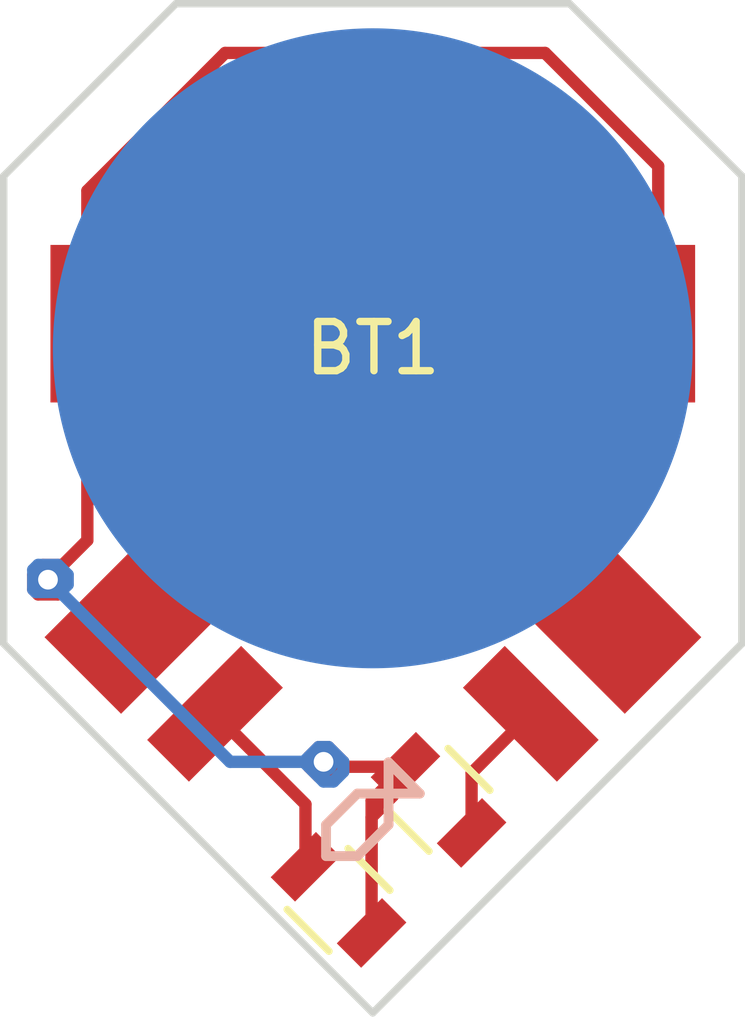
<source format=kicad_pcb>
(kicad_pcb (version 4) (host pcbnew 4.0.2+dfsg1-stable)

  (general
    (links 7)
    (no_connects 0)
    (area 139.424999 89.924999 154.575001 110.575001)
    (thickness 1.6)
    (drawings 14)
    (tracks 62)
    (zones 0)
    (modules 6)
    (nets 5)
  )

  (page A4)
  (layers
    (0 F.Cu signal)
    (31 B.Cu signal)
    (32 B.Adhes user)
    (33 F.Adhes user)
    (34 B.Paste user)
    (35 F.Paste user)
    (36 B.SilkS user)
    (37 F.SilkS user)
    (38 B.Mask user)
    (39 F.Mask user)
    (40 Dwgs.User user)
    (41 Cmts.User user)
    (42 Eco1.User user)
    (43 Eco2.User user)
    (44 Edge.Cuts user)
    (45 Margin user)
    (46 B.CrtYd user)
    (47 F.CrtYd user)
    (48 B.Fab user)
    (49 F.Fab user)
  )

  (setup
    (last_trace_width 0.25)
    (trace_clearance 0.2)
    (zone_clearance 0.508)
    (zone_45_only no)
    (trace_min 0.2)
    (segment_width 0.2)
    (edge_width 0.15)
    (via_size 0.6)
    (via_drill 0.4)
    (via_min_size 0.4)
    (via_min_drill 0.3)
    (uvia_size 0.3)
    (uvia_drill 0.1)
    (uvias_allowed no)
    (uvia_min_size 0.2)
    (uvia_min_drill 0.1)
    (pcb_text_width 0.3)
    (pcb_text_size 1.5 1.5)
    (mod_edge_width 0.15)
    (mod_text_size 1 1)
    (mod_text_width 0.15)
    (pad_size 13 13)
    (pad_drill 0)
    (pad_to_mask_clearance 0.1)
    (aux_axis_origin 0 0)
    (visible_elements FFFFFF7F)
    (pcbplotparams
      (layerselection 0x010f8_80000001)
      (usegerberextensions true)
      (excludeedgelayer true)
      (linewidth 0.100000)
      (plotframeref false)
      (viasonmask false)
      (mode 1)
      (useauxorigin false)
      (hpglpennumber 1)
      (hpglpenspeed 20)
      (hpglpendiameter 15)
      (hpglpenoverlay 2)
      (psnegative false)
      (psa4output false)
      (plotreference true)
      (plotvalue true)
      (plotinvisibletext false)
      (padsonsilk false)
      (subtractmaskfromsilk false)
      (outputformat 1)
      (mirror false)
      (drillshape 0)
      (scaleselection 1)
      (outputdirectory jesseearring))
  )

  (net 0 "")
  (net 1 "Net-(D1-Pad2)")
  (net 2 "Net-(D2-Pad2)")
  (net 3 B+)
  (net 4 B-)

  (net_class Default "This is the default net class."
    (clearance 0.2)
    (trace_width 0.25)
    (via_dia 0.6)
    (via_drill 0.4)
    (uvia_dia 0.3)
    (uvia_drill 0.1)
    (add_net B+)
    (add_net B-)
    (add_net "Net-(D1-Pad2)")
    (add_net "Net-(D2-Pad2)")
  )

  (module BK-870_BATTHOLDER (layer F.Cu) (tedit 5BFCF522) (tstamp 5BEE5EDC)
    (at 147 96.5)
    (path /5BEE5AEE)
    (fp_text reference BT1 (at 0 0.5) (layer F.SilkS)
      (effects (font (size 1 1) (thickness 0.15)))
    )
    (fp_text value Battery (at 0 -0.5) (layer F.Fab)
      (effects (font (size 1 1) (thickness 0.15)))
    )
    (pad 2 smd circle (at 0 0) (size 7 7) (layers F.Cu F.Paste F.Mask)
      (net 4 B-))
    (pad 1 smd rect (at -5.8 0) (size 1.5 3.2) (layers F.Cu F.Paste F.Mask)
      (net 3 B+))
    (pad 1 smd rect (at 5.8 0) (size 1.5 3.2) (layers F.Cu F.Paste F.Mask)
      (net 3 B+))
  )

  (module R_0805 (layer F.Cu) (tedit 5BEE614F) (tstamp 5BEE5CB7)
    (at 148.336 106.172 135)
    (descr "Resistor SMD 0805, reflow soldering, Vishay (see dcrcw.pdf)")
    (tags "resistor 0805")
    (path /5BEE5B74)
    (attr smd)
    (fp_text reference R1 (at 0 -2.1 135) (layer F.SilkS) hide
      (effects (font (size 1 1) (thickness 0.15)))
    )
    (fp_text value R (at 0 2.1 135) (layer F.Fab)
      (effects (font (size 1 1) (thickness 0.15)))
    )
    (fp_line (start -1.6 -1) (end 1.6 -1) (layer F.CrtYd) (width 0.05))
    (fp_line (start -1.6 1) (end 1.6 1) (layer F.CrtYd) (width 0.05))
    (fp_line (start -1.6 -1) (end -1.6 1) (layer F.CrtYd) (width 0.05))
    (fp_line (start 1.6 -1) (end 1.6 1) (layer F.CrtYd) (width 0.05))
    (fp_line (start 0.6 0.875) (end -0.6 0.875) (layer F.SilkS) (width 0.15))
    (fp_line (start -0.6 -0.875) (end 0.6 -0.875) (layer F.SilkS) (width 0.15))
    (pad 1 smd rect (at -0.95 0 135) (size 0.7 1.3) (layers F.Cu F.Paste F.Mask)
      (net 1 "Net-(D1-Pad2)"))
    (pad 2 smd rect (at 0.95 0 135) (size 0.7 1.3) (layers F.Cu F.Paste F.Mask)
      (net 3 B+))
    (model Resistors_SMD.3dshapes/R_0805.wrl
      (at (xyz 0 0 0))
      (scale (xyz 1 1 1))
      (rotate (xyz 0 0 0))
    )
  )

  (module R_0805 (layer F.Cu) (tedit 5BEE6152) (tstamp 5BEE5CC3)
    (at 146.304 108.204 315)
    (descr "Resistor SMD 0805, reflow soldering, Vishay (see dcrcw.pdf)")
    (tags "resistor 0805")
    (path /5BEE5BA5)
    (attr smd)
    (fp_text reference R2 (at 0 -2.1 315) (layer F.SilkS) hide
      (effects (font (size 1 1) (thickness 0.15)))
    )
    (fp_text value R (at 0 2.1 315) (layer F.Fab)
      (effects (font (size 1 1) (thickness 0.15)))
    )
    (fp_line (start -1.6 -1) (end 1.6 -1) (layer F.CrtYd) (width 0.05))
    (fp_line (start -1.6 1) (end 1.6 1) (layer F.CrtYd) (width 0.05))
    (fp_line (start -1.6 -1) (end -1.6 1) (layer F.CrtYd) (width 0.05))
    (fp_line (start 1.6 -1) (end 1.6 1) (layer F.CrtYd) (width 0.05))
    (fp_line (start 0.6 0.875) (end -0.6 0.875) (layer F.SilkS) (width 0.15))
    (fp_line (start -0.6 -0.875) (end 0.6 -0.875) (layer F.SilkS) (width 0.15))
    (pad 1 smd rect (at -0.95 0 315) (size 0.7 1.3) (layers F.Cu F.Paste F.Mask)
      (net 2 "Net-(D2-Pad2)"))
    (pad 2 smd rect (at 0.95 0 315) (size 0.7 1.3) (layers F.Cu F.Paste F.Mask)
      (net 3 B+))
    (model Resistors_SMD.3dshapes/R_0805.wrl
      (at (xyz 0 0 0))
      (scale (xyz 1 1 1))
      (rotate (xyz 0 0 0))
    )
  )

  (module SMTPIN.1 (layer B.Cu) (tedit 5BEE62F1) (tstamp 5BF0096D)
    (at 147 97)
    (path /5BEE5D27)
    (fp_text reference P1 (at 0 -2.032) (layer B.SilkS) hide
      (effects (font (size 1 1) (thickness 0.15)) (justify mirror))
    )
    (fp_text value CONN_01X01 (at 0 1.778) (layer B.SilkS) hide
      (effects (font (size 1 1) (thickness 0.15)) (justify mirror))
    )
    (pad 1 smd circle (at 0 0) (size 13 13) (layers B.Cu B.Paste B.Mask))
  )

  (module LuxeonSunPlus35 (layer F.Cu) (tedit 5BEE6156) (tstamp 5BEE60B9)
    (at 151.13 103.505 225)
    (path /5BEE5B1D)
    (fp_text reference D1 (at 0 0.5 225) (layer F.SilkS) hide
      (effects (font (size 1 1) (thickness 0.15)))
    )
    (fp_text value LED (at 0 -0.5 225) (layer F.Fab)
      (effects (font (size 1 1) (thickness 0.15)))
    )
    (pad 1 smd rect (at -1.15 0 225) (size 2.2 2.7) (layers F.Cu F.Paste F.Mask)
      (net 4 B-))
    (pad 2 smd rect (at 1.3 0 225) (size 1.2 2.7) (layers F.Cu F.Paste F.Mask)
      (net 1 "Net-(D1-Pad2)"))
  )

  (module LuxeonSunPlus35 (layer F.Cu) (tedit 5BEE61CF) (tstamp 5BEE60BF)
    (at 142.875 103.505 315)
    (path /5BEE5B4C)
    (fp_text reference D2 (at 0 0.5 315) (layer F.SilkS) hide
      (effects (font (size 1 1) (thickness 0.15)))
    )
    (fp_text value LED (at 0 -0.5 315) (layer F.Fab)
      (effects (font (size 1 1) (thickness 0.15)))
    )
    (pad 1 smd rect (at -1.15 0 315) (size 2.2 2.7) (layers F.Cu F.Paste F.Mask)
      (net 4 B-))
    (pad 2 smd rect (at 1.3 0 315) (size 1.2 2.7) (layers F.Cu F.Paste F.Mask)
      (net 2 "Net-(D2-Pad2)"))
  )

  (gr_line (start 143 90) (end 151 90) (angle 90) (layer Edge.Cuts) (width 0.15))
  (gr_line (start 139.5 103) (end 139.5 93.5) (angle 90) (layer Edge.Cuts) (width 0.15))
  (gr_line (start 147 110.5) (end 139.5 103) (angle 90) (layer Edge.Cuts) (width 0.15))
  (gr_line (start 143 90) (end 139.5 93.5) (angle 90) (layer Edge.Cuts) (width 0.15))
  (gr_line (start 154.5 93.5) (end 151 90) (angle 90) (layer Edge.Cuts) (width 0.15))
  (gr_line (start 154.5 103) (end 154.5 93.5) (angle 90) (layer Edge.Cuts) (width 0.15))
  (gr_line (start 147 110.5) (end 154.5 103) (angle 90) (layer Edge.Cuts) (width 0.15))
  (gr_line (start 146.685 107.315) (end 146.05 107.315) (angle 90) (layer B.SilkS) (width 0.2))
  (gr_line (start 147.32 106.68) (end 146.685 107.315) (angle 90) (layer B.SilkS) (width 0.2))
  (gr_line (start 147.32 105.41) (end 147.32 106.68) (angle 90) (layer B.SilkS) (width 0.2))
  (gr_line (start 147.955 106.045) (end 147.32 105.41) (angle 90) (layer B.SilkS) (width 0.2))
  (gr_line (start 146.685 106.045) (end 147.955 106.045) (angle 90) (layer B.SilkS) (width 0.2))
  (gr_line (start 146.05 106.68) (end 146.685 106.045) (angle 90) (layer B.SilkS) (width 0.2))
  (gr_line (start 146.05 107.315) (end 146.05 106.68) (angle 90) (layer B.SilkS) (width 0.2))

  (segment (start 149.007751 106.843751) (end 149.007751 105.627249) (width 0.25) (layer F.Cu) (net 1))
  (segment (start 149.007751 105.627249) (end 150.210761 104.424239) (width 0.25) (layer F.Cu) (net 1) (tstamp 5BEE6247))
  (segment (start 145.632249 107.532249) (end 145.632249 106.262249) (width 0.25) (layer F.Cu) (net 2))
  (segment (start 145.632249 106.262249) (end 143.921239 104.551239) (width 0.25) (layer F.Cu) (net 2) (tstamp 5BEE6208))
  (segment (start 143.921239 103.789239) (end 143.921239 104.551239) (width 0.25) (layer F.Cu) (net 2))
  (segment (start 140.7 101.4) (end 140.3 101.4) (width 0.25) (layer F.Cu) (net 3))
  (segment (start 140.7 101.9) (end 140.7 101.4) (width 0.25) (layer F.Cu) (net 3) (tstamp 5BFCF5E4))
  (segment (start 140.6 102) (end 140.7 101.9) (width 0.25) (layer F.Cu) (net 3) (tstamp 5BFCF5E3))
  (segment (start 140.2 102) (end 140.6 102) (width 0.25) (layer F.Cu) (net 3) (tstamp 5BFCF5E2))
  (segment (start 140.1 101.9) (end 140.2 102) (width 0.25) (layer F.Cu) (net 3) (tstamp 5BFCF5E0))
  (segment (start 140.1 101.6) (end 140.1 101.9) (width 0.25) (layer F.Cu) (net 3) (tstamp 5BFCF5DC))
  (segment (start 140.3 101.4) (end 140.1 101.6) (width 0.25) (layer F.Cu) (net 3) (tstamp 5BFCF5DB))
  (segment (start 140.65 101.95) (end 140.8 101.8) (width 0.25) (layer B.Cu) (net 3))
  (segment (start 140.15 101.95) (end 140.65 101.95) (width 0.25) (layer B.Cu) (net 3) (tstamp 5BFCF5D6))
  (segment (start 140.1 101.9) (end 140.15 101.95) (width 0.25) (layer B.Cu) (net 3) (tstamp 5BFCF5D4))
  (segment (start 140.1 101.5) (end 140.1 101.9) (width 0.25) (layer B.Cu) (net 3) (tstamp 5BFCF5D3))
  (segment (start 140.2 101.4) (end 140.1 101.5) (width 0.25) (layer B.Cu) (net 3) (tstamp 5BFCF5D2))
  (segment (start 140.6 101.4) (end 140.2 101.4) (width 0.25) (layer B.Cu) (net 3) (tstamp 5BFCF5D1))
  (segment (start 140.8 101.6) (end 140.6 101.4) (width 0.25) (layer B.Cu) (net 3) (tstamp 5BFCF5D0))
  (segment (start 140.8 101.8) (end 140.8 101.6) (width 0.25) (layer B.Cu) (net 3) (tstamp 5BFCF5CF))
  (segment (start 145.6 105.4) (end 145.9 105.1) (width 0.25) (layer B.Cu) (net 3))
  (segment (start 146 105.8) (end 145.6 105.4) (width 0.25) (layer B.Cu) (net 3) (tstamp 5BFCF5C5))
  (segment (start 146.2 105.8) (end 146 105.8) (width 0.25) (layer B.Cu) (net 3) (tstamp 5BFCF5C4))
  (segment (start 146.4 105.6) (end 146.2 105.8) (width 0.25) (layer B.Cu) (net 3) (tstamp 5BFCF5C3))
  (segment (start 146.4 105.4) (end 146.4 105.6) (width 0.25) (layer B.Cu) (net 3) (tstamp 5BFCF5C2))
  (segment (start 146.1 105.1) (end 146.4 105.4) (width 0.25) (layer B.Cu) (net 3) (tstamp 5BFCF5C1))
  (segment (start 145.9 105.1) (end 146.1 105.1) (width 0.25) (layer B.Cu) (net 3) (tstamp 5BFCF5C0))
  (segment (start 146.4 105.500249) (end 146.4 105.4) (width 0.25) (layer F.Cu) (net 3))
  (segment (start 146.2 105.7) (end 146.399751 105.500249) (width 0.25) (layer F.Cu) (net 3) (tstamp 5BFCF5B9))
  (segment (start 145.9 105.7) (end 146.2 105.7) (width 0.25) (layer F.Cu) (net 3) (tstamp 5BFCF5B8))
  (segment (start 145.7 105.5) (end 145.9 105.7) (width 0.25) (layer F.Cu) (net 3) (tstamp 5BFCF5B7))
  (segment (start 145.7 105.3) (end 145.7 105.5) (width 0.25) (layer F.Cu) (net 3) (tstamp 5BFCF5B6))
  (segment (start 145.9 105.1) (end 145.7 105.3) (width 0.25) (layer F.Cu) (net 3) (tstamp 5BFCF5B5))
  (segment (start 146.1 105.1) (end 145.9 105.1) (width 0.25) (layer F.Cu) (net 3) (tstamp 5BFCF5B4))
  (segment (start 146.4 105.4) (end 146.1 105.1) (width 0.25) (layer F.Cu) (net 3) (tstamp 5BFCF5B3))
  (segment (start 141.2 96.5) (end 141.2 100.9) (width 0.25) (layer F.Cu) (net 3) (status 400000))
  (segment (start 141.2 100.9) (end 140.7 101.4) (width 0.25) (layer F.Cu) (net 3) (tstamp 5BFCF56D))
  (segment (start 140.7 101.4) (end 140.4 101.7) (width 0.25) (layer F.Cu) (net 3) (tstamp 5BFCF5D9))
  (via (at 140.4 101.7) (size 0.6) (drill 0.4) (layers F.Cu B.Cu) (net 3))
  (segment (start 140.4 101.7) (end 140.65 101.95) (width 0.25) (layer B.Cu) (net 3) (tstamp 5BFCF571))
  (segment (start 140.65 101.95) (end 144.1 105.4) (width 0.25) (layer B.Cu) (net 3) (tstamp 5BFCF5CD))
  (segment (start 144.1 105.4) (end 145.6 105.4) (width 0.25) (layer B.Cu) (net 3) (tstamp 5BFCF572))
  (segment (start 145.6 105.4) (end 146 105.4) (width 0.25) (layer B.Cu) (net 3) (tstamp 5BFCF5BE))
  (via (at 146 105.4) (size 0.6) (drill 0.4) (layers F.Cu B.Cu) (net 3))
  (segment (start 146 105.4) (end 146.100249 105.500249) (width 0.25) (layer F.Cu) (net 3) (tstamp 5BFCF575))
  (segment (start 146.100249 105.500249) (end 146.399751 105.500249) (width 0.25) (layer F.Cu) (net 3) (tstamp 5BFCF576))
  (segment (start 146.4 105.500249) (end 147.664249 105.500249) (width 0.25) (layer F.Cu) (net 3) (tstamp 5BFCF5B1) (status 800000))
  (segment (start 146.975751 108.875751) (end 146.975751 106.188747) (width 0.25) (layer F.Cu) (net 3))
  (segment (start 146.975751 106.188747) (end 147.664249 105.500249) (width 0.25) (layer F.Cu) (net 3) (tstamp 5BEE6242))
  (segment (start 146.975751 107.605751) (end 146.975751 106.524249) (width 0.25) (layer F.Cu) (net 3))
  (segment (start 146.975751 106.524249) (end 147.410249 106.089751) (width 0.25) (layer F.Cu) (net 3) (tstamp 5BEE620B))
  (segment (start 152.8 96.5) (end 152.8 93.3) (width 0.25) (layer F.Cu) (net 3))
  (segment (start 141.2 93.8) (end 141.2 96.5) (width 0.25) (layer F.Cu) (net 3) (tstamp 5BEE62CA))
  (segment (start 144 91) (end 141.2 93.8) (width 0.25) (layer F.Cu) (net 3) (tstamp 5BEE62C8))
  (segment (start 150.5 91) (end 144 91) (width 0.25) (layer F.Cu) (net 3) (tstamp 5BEE62C6))
  (segment (start 152.8 93.3) (end 150.5 91) (width 0.25) (layer F.Cu) (net 3) (tstamp 5BEE62C4))
  (segment (start 151.943173 102.691827) (end 151.943173 101.443173) (width 0.25) (layer F.Cu) (net 4) (status C00000))
  (segment (start 151.943173 101.443173) (end 147 96.5) (width 0.25) (layer F.Cu) (net 4) (tstamp 5BFCF55E) (status C00000))
  (segment (start 142.061827 102.691827) (end 142.061827 101.438173) (width 0.25) (layer F.Cu) (net 4) (status C00000))
  (segment (start 142.061827 101.438173) (end 147 96.5) (width 0.25) (layer F.Cu) (net 4) (tstamp 5BFCF558) (status C00000))
  (segment (start 141.478 102.108) (end 142.061827 102.691827) (width 0.25) (layer F.Cu) (net 4) (tstamp 5BEE62C1))
  (segment (start 141.478 102.108) (end 142.061827 102.691827) (width 0.25) (layer F.Cu) (net 4) (tstamp 5BEE624E))

)

</source>
